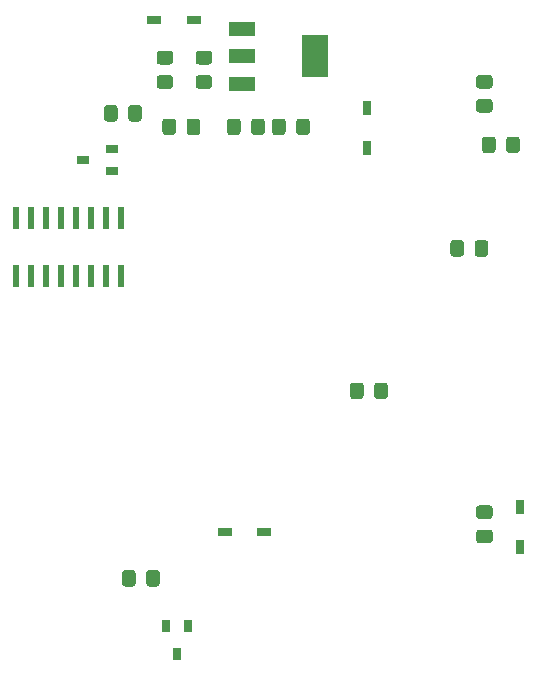
<source format=gbr>
%TF.GenerationSoftware,KiCad,Pcbnew,(5.1.6)-1*%
%TF.CreationDate,2020-07-29T00:16:22-03:00*%
%TF.ProjectId,placa_desenvolvimento,706c6163-615f-4646-9573-656e766f6c76,rev?*%
%TF.SameCoordinates,Original*%
%TF.FileFunction,Paste,Top*%
%TF.FilePolarity,Positive*%
%FSLAX46Y46*%
G04 Gerber Fmt 4.6, Leading zero omitted, Abs format (unit mm)*
G04 Created by KiCad (PCBNEW (5.1.6)-1) date 2020-07-29 00:16:22*
%MOMM*%
%LPD*%
G01*
G04 APERTURE LIST*
%ADD10R,1.000000X0.700000*%
%ADD11R,0.700000X1.000000*%
%ADD12R,2.200000X3.600000*%
%ADD13R,2.235200X1.219200*%
%ADD14R,0.600000X1.970000*%
%ADD15R,1.210000X0.730000*%
%ADD16R,0.730000X1.210000*%
G04 APERTURE END LIST*
%TO.C,D2*%
G36*
G01*
X47066000Y-37649999D02*
X47066000Y-38550001D01*
G75*
G02*
X46816001Y-38800000I-249999J0D01*
G01*
X46165999Y-38800000D01*
G75*
G02*
X45916000Y-38550001I0J249999D01*
G01*
X45916000Y-37649999D01*
G75*
G02*
X46165999Y-37400000I249999J0D01*
G01*
X46816001Y-37400000D01*
G75*
G02*
X47066000Y-37649999I0J-249999D01*
G01*
G37*
G36*
G01*
X45016000Y-37649999D02*
X45016000Y-38550001D01*
G75*
G02*
X44766001Y-38800000I-249999J0D01*
G01*
X44115999Y-38800000D01*
G75*
G02*
X43866000Y-38550001I0J249999D01*
G01*
X43866000Y-37649999D01*
G75*
G02*
X44115999Y-37400000I249999J0D01*
G01*
X44766001Y-37400000D01*
G75*
G02*
X45016000Y-37649999I0J-249999D01*
G01*
G37*
%TD*%
%TO.C,C1*%
G36*
G01*
X34347999Y-33724000D02*
X35248001Y-33724000D01*
G75*
G02*
X35498000Y-33973999I0J-249999D01*
G01*
X35498000Y-34624001D01*
G75*
G02*
X35248001Y-34874000I-249999J0D01*
G01*
X34347999Y-34874000D01*
G75*
G02*
X34098000Y-34624001I0J249999D01*
G01*
X34098000Y-33973999D01*
G75*
G02*
X34347999Y-33724000I249999J0D01*
G01*
G37*
G36*
G01*
X34347999Y-31674000D02*
X35248001Y-31674000D01*
G75*
G02*
X35498000Y-31923999I0J-249999D01*
G01*
X35498000Y-32574001D01*
G75*
G02*
X35248001Y-32824000I-249999J0D01*
G01*
X34347999Y-32824000D01*
G75*
G02*
X34098000Y-32574001I0J249999D01*
G01*
X34098000Y-31923999D01*
G75*
G02*
X34347999Y-31674000I249999J0D01*
G01*
G37*
%TD*%
%TO.C,C2*%
G36*
G01*
X37649999Y-31674000D02*
X38550001Y-31674000D01*
G75*
G02*
X38800000Y-31923999I0J-249999D01*
G01*
X38800000Y-32574001D01*
G75*
G02*
X38550001Y-32824000I-249999J0D01*
G01*
X37649999Y-32824000D01*
G75*
G02*
X37400000Y-32574001I0J249999D01*
G01*
X37400000Y-31923999D01*
G75*
G02*
X37649999Y-31674000I249999J0D01*
G01*
G37*
G36*
G01*
X37649999Y-33724000D02*
X38550001Y-33724000D01*
G75*
G02*
X38800000Y-33973999I0J-249999D01*
G01*
X38800000Y-34624001D01*
G75*
G02*
X38550001Y-34874000I-249999J0D01*
G01*
X37649999Y-34874000D01*
G75*
G02*
X37400000Y-34624001I0J249999D01*
G01*
X37400000Y-33973999D01*
G75*
G02*
X37649999Y-33724000I249999J0D01*
G01*
G37*
%TD*%
%TO.C,C3*%
G36*
G01*
X37795000Y-37649999D02*
X37795000Y-38550001D01*
G75*
G02*
X37545001Y-38800000I-249999J0D01*
G01*
X36894999Y-38800000D01*
G75*
G02*
X36645000Y-38550001I0J249999D01*
G01*
X36645000Y-37649999D01*
G75*
G02*
X36894999Y-37400000I249999J0D01*
G01*
X37545001Y-37400000D01*
G75*
G02*
X37795000Y-37649999I0J-249999D01*
G01*
G37*
G36*
G01*
X35745000Y-37649999D02*
X35745000Y-38550001D01*
G75*
G02*
X35495001Y-38800000I-249999J0D01*
G01*
X34844999Y-38800000D01*
G75*
G02*
X34595000Y-38550001I0J249999D01*
G01*
X34595000Y-37649999D01*
G75*
G02*
X34844999Y-37400000I249999J0D01*
G01*
X35495001Y-37400000D01*
G75*
G02*
X35745000Y-37649999I0J-249999D01*
G01*
G37*
%TD*%
D10*
%TO.C,Q1*%
X30283000Y-41844000D03*
X30283000Y-39944000D03*
X27883000Y-40894000D03*
%TD*%
D11*
%TO.C,Q5*%
X35814000Y-82734000D03*
X34864000Y-80334000D03*
X36764000Y-80334000D03*
%TD*%
%TO.C,R1*%
G36*
G01*
X41206000Y-37649999D02*
X41206000Y-38550001D01*
G75*
G02*
X40956001Y-38800000I-249999J0D01*
G01*
X40305999Y-38800000D01*
G75*
G02*
X40056000Y-38550001I0J249999D01*
G01*
X40056000Y-37649999D01*
G75*
G02*
X40305999Y-37400000I249999J0D01*
G01*
X40956001Y-37400000D01*
G75*
G02*
X41206000Y-37649999I0J-249999D01*
G01*
G37*
G36*
G01*
X43256000Y-37649999D02*
X43256000Y-38550001D01*
G75*
G02*
X43006001Y-38800000I-249999J0D01*
G01*
X42355999Y-38800000D01*
G75*
G02*
X42106000Y-38550001I0J249999D01*
G01*
X42106000Y-37649999D01*
G75*
G02*
X42355999Y-37400000I249999J0D01*
G01*
X43006001Y-37400000D01*
G75*
G02*
X43256000Y-37649999I0J-249999D01*
G01*
G37*
%TD*%
%TO.C,R2*%
G36*
G01*
X31692000Y-37407001D02*
X31692000Y-36506999D01*
G75*
G02*
X31941999Y-36257000I249999J0D01*
G01*
X32592001Y-36257000D01*
G75*
G02*
X32842000Y-36506999I0J-249999D01*
G01*
X32842000Y-37407001D01*
G75*
G02*
X32592001Y-37657000I-249999J0D01*
G01*
X31941999Y-37657000D01*
G75*
G02*
X31692000Y-37407001I0J249999D01*
G01*
G37*
G36*
G01*
X29642000Y-37407001D02*
X29642000Y-36506999D01*
G75*
G02*
X29891999Y-36257000I249999J0D01*
G01*
X30542001Y-36257000D01*
G75*
G02*
X30792000Y-36506999I0J-249999D01*
G01*
X30792000Y-37407001D01*
G75*
G02*
X30542001Y-37657000I-249999J0D01*
G01*
X29891999Y-37657000D01*
G75*
G02*
X29642000Y-37407001I0J249999D01*
G01*
G37*
%TD*%
%TO.C,R8*%
G36*
G01*
X34366000Y-75876999D02*
X34366000Y-76777001D01*
G75*
G02*
X34116001Y-77027000I-249999J0D01*
G01*
X33465999Y-77027000D01*
G75*
G02*
X33216000Y-76777001I0J249999D01*
G01*
X33216000Y-75876999D01*
G75*
G02*
X33465999Y-75627000I249999J0D01*
G01*
X34116001Y-75627000D01*
G75*
G02*
X34366000Y-75876999I0J-249999D01*
G01*
G37*
G36*
G01*
X32316000Y-75876999D02*
X32316000Y-76777001D01*
G75*
G02*
X32066001Y-77027000I-249999J0D01*
G01*
X31415999Y-77027000D01*
G75*
G02*
X31166000Y-76777001I0J249999D01*
G01*
X31166000Y-75876999D01*
G75*
G02*
X31415999Y-75627000I249999J0D01*
G01*
X32066001Y-75627000D01*
G75*
G02*
X32316000Y-75876999I0J-249999D01*
G01*
G37*
%TD*%
D12*
%TO.C,U1*%
X47549000Y-32131000D03*
D13*
X41351200Y-34442400D03*
X41351200Y-32131000D03*
X41351200Y-29819600D03*
%TD*%
D14*
%TO.C,U601*%
X22225000Y-50735000D03*
X23495000Y-50735000D03*
X24765000Y-50735000D03*
X26035000Y-50735000D03*
X27305000Y-50735000D03*
X28575000Y-50735000D03*
X29845000Y-50735000D03*
X31115000Y-50735000D03*
X31115000Y-45785000D03*
X29845000Y-45785000D03*
X28575000Y-45785000D03*
X27305000Y-45785000D03*
X26035000Y-45785000D03*
X24765000Y-45785000D03*
X23495000Y-45785000D03*
X22225000Y-45785000D03*
%TD*%
%TO.C,C4*%
G36*
G01*
X64846000Y-39173999D02*
X64846000Y-40074001D01*
G75*
G02*
X64596001Y-40324000I-249999J0D01*
G01*
X63945999Y-40324000D01*
G75*
G02*
X63696000Y-40074001I0J249999D01*
G01*
X63696000Y-39173999D01*
G75*
G02*
X63945999Y-38924000I249999J0D01*
G01*
X64596001Y-38924000D01*
G75*
G02*
X64846000Y-39173999I0J-249999D01*
G01*
G37*
G36*
G01*
X62796000Y-39173999D02*
X62796000Y-40074001D01*
G75*
G02*
X62546001Y-40324000I-249999J0D01*
G01*
X61895999Y-40324000D01*
G75*
G02*
X61646000Y-40074001I0J249999D01*
G01*
X61646000Y-39173999D01*
G75*
G02*
X61895999Y-38924000I249999J0D01*
G01*
X62546001Y-38924000D01*
G75*
G02*
X62796000Y-39173999I0J-249999D01*
G01*
G37*
%TD*%
%TO.C,C5*%
G36*
G01*
X61029000Y-48837001D02*
X61029000Y-47936999D01*
G75*
G02*
X61278999Y-47687000I249999J0D01*
G01*
X61929001Y-47687000D01*
G75*
G02*
X62179000Y-47936999I0J-249999D01*
G01*
X62179000Y-48837001D01*
G75*
G02*
X61929001Y-49087000I-249999J0D01*
G01*
X61278999Y-49087000D01*
G75*
G02*
X61029000Y-48837001I0J249999D01*
G01*
G37*
G36*
G01*
X58979000Y-48837001D02*
X58979000Y-47936999D01*
G75*
G02*
X59228999Y-47687000I249999J0D01*
G01*
X59879001Y-47687000D01*
G75*
G02*
X60129000Y-47936999I0J-249999D01*
G01*
X60129000Y-48837001D01*
G75*
G02*
X59879001Y-49087000I-249999J0D01*
G01*
X59228999Y-49087000D01*
G75*
G02*
X58979000Y-48837001I0J249999D01*
G01*
G37*
%TD*%
%TO.C,R3*%
G36*
G01*
X51620000Y-60001999D02*
X51620000Y-60902001D01*
G75*
G02*
X51370001Y-61152000I-249999J0D01*
G01*
X50719999Y-61152000D01*
G75*
G02*
X50470000Y-60902001I0J249999D01*
G01*
X50470000Y-60001999D01*
G75*
G02*
X50719999Y-59752000I249999J0D01*
G01*
X51370001Y-59752000D01*
G75*
G02*
X51620000Y-60001999I0J-249999D01*
G01*
G37*
G36*
G01*
X53670000Y-60001999D02*
X53670000Y-60902001D01*
G75*
G02*
X53420001Y-61152000I-249999J0D01*
G01*
X52769999Y-61152000D01*
G75*
G02*
X52520000Y-60902001I0J249999D01*
G01*
X52520000Y-60001999D01*
G75*
G02*
X52769999Y-59752000I249999J0D01*
G01*
X53420001Y-59752000D01*
G75*
G02*
X53670000Y-60001999I0J-249999D01*
G01*
G37*
%TD*%
%TO.C,R4*%
G36*
G01*
X61398999Y-70155000D02*
X62299001Y-70155000D01*
G75*
G02*
X62549000Y-70404999I0J-249999D01*
G01*
X62549000Y-71055001D01*
G75*
G02*
X62299001Y-71305000I-249999J0D01*
G01*
X61398999Y-71305000D01*
G75*
G02*
X61149000Y-71055001I0J249999D01*
G01*
X61149000Y-70404999D01*
G75*
G02*
X61398999Y-70155000I249999J0D01*
G01*
G37*
G36*
G01*
X61398999Y-72205000D02*
X62299001Y-72205000D01*
G75*
G02*
X62549000Y-72454999I0J-249999D01*
G01*
X62549000Y-73105001D01*
G75*
G02*
X62299001Y-73355000I-249999J0D01*
G01*
X61398999Y-73355000D01*
G75*
G02*
X61149000Y-73105001I0J249999D01*
G01*
X61149000Y-72454999D01*
G75*
G02*
X61398999Y-72205000I249999J0D01*
G01*
G37*
%TD*%
D15*
%TO.C,D1*%
X33880000Y-29083000D03*
X37240000Y-29083000D03*
%TD*%
D16*
%TO.C,D3*%
X64897000Y-73689000D03*
X64897000Y-70329000D03*
%TD*%
D15*
%TO.C,D4*%
X43209000Y-72390000D03*
X39849000Y-72390000D03*
%TD*%
%TO.C,C6*%
G36*
G01*
X62299001Y-36906000D02*
X61398999Y-36906000D01*
G75*
G02*
X61149000Y-36656001I0J249999D01*
G01*
X61149000Y-36005999D01*
G75*
G02*
X61398999Y-35756000I249999J0D01*
G01*
X62299001Y-35756000D01*
G75*
G02*
X62549000Y-36005999I0J-249999D01*
G01*
X62549000Y-36656001D01*
G75*
G02*
X62299001Y-36906000I-249999J0D01*
G01*
G37*
G36*
G01*
X62299001Y-34856000D02*
X61398999Y-34856000D01*
G75*
G02*
X61149000Y-34606001I0J249999D01*
G01*
X61149000Y-33955999D01*
G75*
G02*
X61398999Y-33706000I249999J0D01*
G01*
X62299001Y-33706000D01*
G75*
G02*
X62549000Y-33955999I0J-249999D01*
G01*
X62549000Y-34606001D01*
G75*
G02*
X62299001Y-34856000I-249999J0D01*
G01*
G37*
%TD*%
D16*
%TO.C,D5*%
X51943000Y-36547000D03*
X51943000Y-39907000D03*
%TD*%
M02*

</source>
